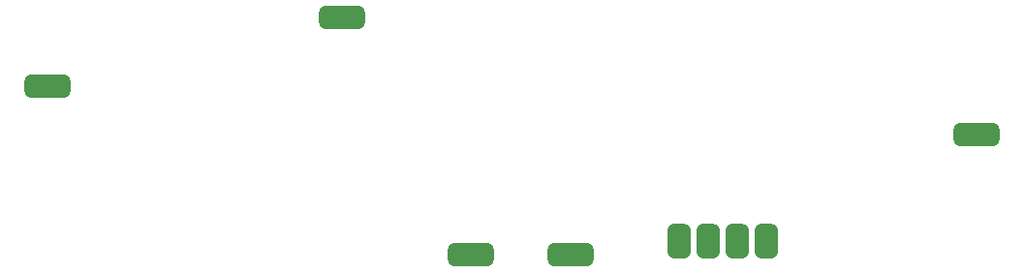
<source format=gtp>
G04 #@! TF.GenerationSoftware,KiCad,Pcbnew,8.0.6*
G04 #@! TF.CreationDate,2025-01-23T20:00:50-06:00*
G04 #@! TF.ProjectId,PD_Board,50445f42-6f61-4726-942e-6b696361645f,rev?*
G04 #@! TF.SameCoordinates,Original*
G04 #@! TF.FileFunction,Paste,Top*
G04 #@! TF.FilePolarity,Positive*
%FSLAX46Y46*%
G04 Gerber Fmt 4.6, Leading zero omitted, Abs format (unit mm)*
G04 Created by KiCad (PCBNEW 8.0.6) date 2025-01-23 20:00:50*
%MOMM*%
%LPD*%
G01*
G04 APERTURE LIST*
G04 Aperture macros list*
%AMRoundRect*
0 Rectangle with rounded corners*
0 $1 Rounding radius*
0 $2 $3 $4 $5 $6 $7 $8 $9 X,Y pos of 4 corners*
0 Add a 4 corners polygon primitive as box body*
4,1,4,$2,$3,$4,$5,$6,$7,$8,$9,$2,$3,0*
0 Add four circle primitives for the rounded corners*
1,1,$1+$1,$2,$3*
1,1,$1+$1,$4,$5*
1,1,$1+$1,$6,$7*
1,1,$1+$1,$8,$9*
0 Add four rect primitives between the rounded corners*
20,1,$1+$1,$2,$3,$4,$5,0*
20,1,$1+$1,$4,$5,$6,$7,0*
20,1,$1+$1,$6,$7,$8,$9,0*
20,1,$1+$1,$8,$9,$2,$3,0*%
G04 Aperture macros list end*
%ADD10RoundRect,0.500000X-1.500000X-0.500000X1.500000X-0.500000X1.500000X0.500000X-1.500000X0.500000X0*%
%ADD11RoundRect,0.500000X1.500000X0.500000X-1.500000X0.500000X-1.500000X-0.500000X1.500000X-0.500000X0*%
%ADD12RoundRect,0.500000X0.500000X-1.000000X0.500000X1.000000X-0.500000X1.000000X-0.500000X-1.000000X0*%
G04 APERTURE END LIST*
D10*
X130250000Y-101500000D03*
D11*
X141500000Y-122250000D03*
X185750000Y-111750000D03*
X150250000Y-122250000D03*
X104500000Y-107500000D03*
D12*
X159750000Y-121000000D03*
X162290000Y-121000000D03*
X167370000Y-121000000D03*
X164830000Y-121000000D03*
M02*

</source>
